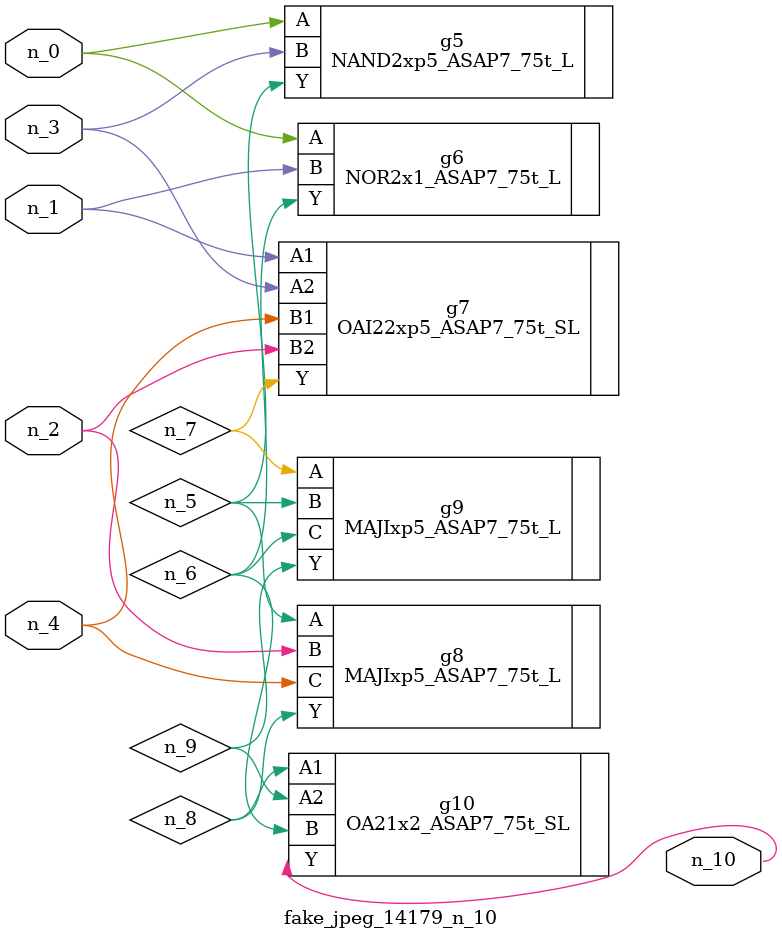
<source format=v>
module fake_jpeg_14179_n_10 (n_3, n_2, n_1, n_0, n_4, n_10);

input n_3;
input n_2;
input n_1;
input n_0;
input n_4;

output n_10;

wire n_8;
wire n_9;
wire n_6;
wire n_5;
wire n_7;

NAND2xp5_ASAP7_75t_L g5 ( 
.A(n_0),
.B(n_3),
.Y(n_5)
);

NOR2x1_ASAP7_75t_L g6 ( 
.A(n_0),
.B(n_1),
.Y(n_6)
);

OAI22xp5_ASAP7_75t_SL g7 ( 
.A1(n_1),
.A2(n_3),
.B1(n_4),
.B2(n_2),
.Y(n_7)
);

MAJIxp5_ASAP7_75t_L g8 ( 
.A(n_5),
.B(n_2),
.C(n_4),
.Y(n_8)
);

OA21x2_ASAP7_75t_SL g10 ( 
.A1(n_8),
.A2(n_9),
.B(n_6),
.Y(n_10)
);

MAJIxp5_ASAP7_75t_L g9 ( 
.A(n_7),
.B(n_5),
.C(n_6),
.Y(n_9)
);


endmodule
</source>
